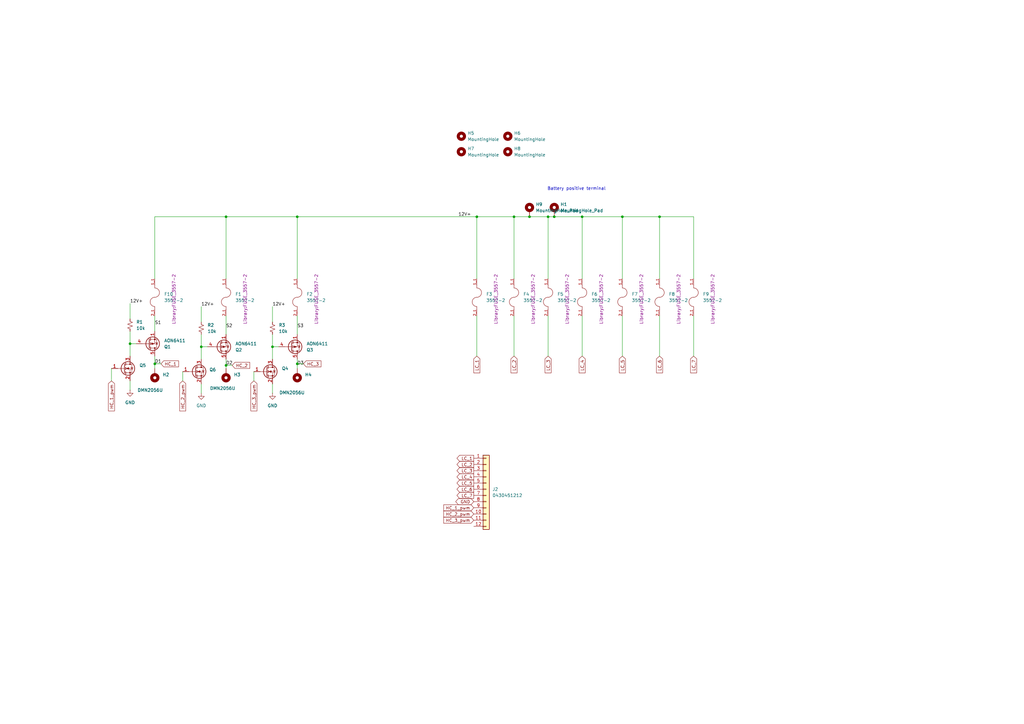
<source format=kicad_sch>
(kicad_sch (version 20231120) (generator "eeschema") (generator_version "8.0")
  (paper "A3")
  (lib_symbols
    (symbol "Connector_Generic:Conn_01x12" (pin_names (offset 1.016) hide)
      (property "Reference" "J" (at 0 15.24 0))
      (property "Value" "Conn_01x12" (at 0 -17.78 0))
      (symbol "Conn_01x12_1_1"
        (rectangle (start -1.27 -15.113) (end 0 -15.367) (stroke (width 0.1524)))
        (rectangle (start -1.27 -12.573) (end 0 -12.827) (stroke (width 0.1524)))
        (rectangle (start -1.27 -10.033) (end 0 -10.287) (stroke (width 0.1524)))
        (rectangle (start -1.27 -7.493) (end 0 -7.747) (stroke (width 0.1524)))
        (rectangle (start -1.27 -4.953) (end 0 -5.207) (stroke (width 0.1524)))
        (rectangle (start -1.27 -2.413) (end 0 -2.667) (stroke (width 0.1524)))
        (rectangle (start -1.27 0.127) (end 0 -0.127) (stroke (width 0.1524)))
        (rectangle (start -1.27 2.667) (end 0 2.413) (stroke (width 0.1524)))
        (rectangle (start -1.27 5.207) (end 0 4.953) (stroke (width 0.1524)))
        (rectangle (start -1.27 7.747) (end 0 7.493) (stroke (width 0.1524)))
        (rectangle (start -1.27 10.287) (end 0 10.033) (stroke (width 0.1524)))
        (rectangle (start -1.27 12.827) (end 0 12.573) (stroke (width 0.1524)))
        (rectangle (start -1.27 13.97) (end 1.27 -16.51) (stroke (width 0.254)) (fill (type background)))
        (pin passive line (at -5.08 12.7 0) (length 3.81) (name "Pin_1") (number "1"))
        (pin passive line (at -5.08 -10.16 0) (length 3.81) (name "Pin_10") (number "10"))
        (pin passive line (at -5.08 -12.7 0) (length 3.81) (name "Pin_11") (number "11"))
        (pin passive line (at -5.08 -15.24 0) (length 3.81) (name "Pin_12") (number "12"))
        (pin passive line (at -5.08 10.16 0) (length 3.81) (name "Pin_2") (number "2"))
        (pin passive line (at -5.08 7.62 0) (length 3.81) (name "Pin_3") (number "3"))
        (pin passive line (at -5.08 5.08 0) (length 3.81) (name "Pin_4") (number "4"))
        (pin passive line (at -5.08 2.54 0) (length 3.81) (name "Pin_5") (number "5"))
        (pin passive line (at -5.08 0 0) (length 3.81) (name "Pin_6") (number "6"))
        (pin passive line (at -5.08 -2.54 0) (length 3.81) (name "Pin_7") (number "7"))
        (pin passive line (at -5.08 -5.08 0) (length 3.81) (name "Pin_8") (number "8"))
        (pin passive line (at -5.08 -7.62 0) (length 3.81) (name "Pin_9") (number "9"))
      )
    )
    (symbol "Device:R_Small_US" (pin_numbers hide) (pin_names (offset 0.254) hide)
      (property "Reference" "R" (at 0.762 0.508 0))
      (property "Value" "R_Small_US" (at 0.762 -1.016 0))
      (symbol "R_Small_US_1_1"
        (polyline (pts (xy 0 0) (xy 1.016 -0.381) (xy 0 -0.762) (xy -1.016 -1.143) (xy 0 -1.524)))
        (polyline (pts (xy 0 1.524) (xy 1.016 1.143) (xy 0 0.762) (xy -1.016 0.381) (xy 0 0)))
        (pin passive line (at 0 2.54 270) (length 1.016) (name "~") (number "1"))
        (pin passive line (at 0 -2.54 90) (length 1.016) (name "~") (number "2"))
      )
    )
    (symbol "Mechanical:MountingHole" (pin_names (offset 1.016)) (exclude_from_sim yes) (in_bom no)
      (property "Reference" "H" (at 0 5.08 0))
      (property "Value" "MountingHole" (at 0 3.175 0))
      (symbol "MountingHole_0_1"
        (circle (center 0 0) (radius 1.27) (stroke (width 1.27)))
      )
    )
    (symbol "Mechanical:MountingHole_Pad" (pin_numbers hide) (pin_names (offset 1.016) hide) (exclude_from_sim yes) (in_bom no)
      (property "Reference" "H" (at 0 6.35 0))
      (property "Value" "MountingHole_Pad" (at 0 4.445 0))
      (symbol "MountingHole_Pad_0_1"
        (circle (center 0 1.27) (radius 1.27) (stroke (width 1.27)))
      )
      (symbol "MountingHole_Pad_1_1"
        (pin input line (at 0 -2.54 90) (length 2.54) (name "1") (number "1"))
      )
    )
    (symbol "New_Library:3557-2" (pin_names (offset 1.016))
      (property "Reference" "F" (at -2.54 5.08 0))
      (property "Value" "3557-2" (at -2.54 -5.08 0))
      (symbol "3557-2_0_0"
        (arc (start 0 0) (mid -1.905 1.8967) (end -3.81 0) (stroke (width 0.1524)))
        (polyline (pts (xy -5.08 0) (xy -3.81 0)) (stroke (width 0.1524)))
        (polyline (pts (xy 5.08 0) (xy 3.81 0)) (stroke (width 0.1524)))
        (arc (start 0 0) (mid 1.905 -1.8967) (end 3.81 0) (stroke (width 0.1524)))
        (pin passive line (at -7.62 0 0) (length 2.54) (name "~") (number "1_1"))
        (pin passive line (at 7.62 0 180) (length 2.54) (name "~") (number "2_1"))
      )
    )
    (symbol "Transistor_FET:AON6411" (pin_names hide)
      (property "Reference" "Q" (at 5.08 1.905 0))
      (property "Value" "AON6411" (at 5.08 0 0))
      (symbol "AON6411_0_1"
        (polyline (pts (xy 0.254 0) (xy -2.54 0)))
        (polyline (pts (xy 0.254 1.905) (xy 0.254 -1.905)) (stroke (width 0.254)))
        (polyline (pts (xy 0.762 -1.27) (xy 0.762 -2.286)) (stroke (width 0.254)))
        (polyline (pts (xy 0.762 0.508) (xy 0.762 -0.508)) (stroke (width 0.254)))
        (polyline (pts (xy 0.762 2.286) (xy 0.762 1.27)) (stroke (width 0.254)))
        (polyline (pts (xy 2.54 2.54) (xy 2.54 1.778)))
        (polyline (pts (xy 2.54 -2.54) (xy 2.54 0) (xy 0.762 0)))
        (polyline (pts (xy 0.762 1.778) (xy 3.302 1.778) (xy 3.302 -1.778) (xy 0.762 -1.778)))
        (polyline (pts (xy 2.286 0) (xy 1.27 0.381) (xy 1.27 -0.381) (xy 2.286 0)) (fill (type outline)))
        (polyline (pts (xy 2.794 -0.508) (xy 2.921 -0.381) (xy 3.683 -0.381) (xy 3.81 -0.254)))
        (polyline (pts (xy 3.302 -0.381) (xy 2.921 0.254) (xy 3.683 0.254) (xy 3.302 -0.381)))
        (circle (center 1.651 0) (radius 2.794) (stroke (width 0.254)))
        (circle (center 2.54 -1.778) (radius 0.254) (fill (type outline)))
        (circle (center 2.54 1.778) (radius 0.254) (fill (type outline)))
      )
      (symbol "AON6411_1_1"
        (pin passive line (at 2.54 -5.08 90) (length 2.54) (name "S") (number "1"))
        (pin passive line (at 2.54 -5.08 90) (length 2.54) hide (name "S") (number "2"))
        (pin passive line (at 2.54 -5.08 90) (length 2.54) hide (name "S") (number "3"))
        (pin input line (at -5.08 0 0) (length 2.54) (name "G") (number "4"))
        (pin passive line (at 2.54 5.08 270) (length 2.54) (name "D") (number "5"))
      )
    )
    (symbol "Transistor_FET:DMN2056U" (pin_names hide)
      (property "Reference" "Q" (at 5.08 1.905 0))
      (property "Value" "DMN2056U" (at 5.08 0 0))
      (symbol "DMN2056U_0_1"
        (polyline (pts (xy 0.254 0) (xy -2.54 0)))
        (polyline (pts (xy 0.254 1.905) (xy 0.254 -1.905)) (stroke (width 0.254)))
        (polyline (pts (xy 0.762 -1.27) (xy 0.762 -2.286)) (stroke (width 0.254)))
        (polyline (pts (xy 0.762 0.508) (xy 0.762 -0.508)) (stroke (width 0.254)))
        (polyline (pts (xy 0.762 2.286) (xy 0.762 1.27)) (stroke (width 0.254)))
        (polyline (pts (xy 2.54 2.54) (xy 2.54 1.778)))
        (polyline (pts (xy 2.54 -2.54) (xy 2.54 0) (xy 0.762 0)))
        (polyline (pts (xy 0.762 -1.778) (xy 3.302 -1.778) (xy 3.302 1.778) (xy 0.762 1.778)))
        (polyline (pts (xy 1.016 0) (xy 2.032 0.381) (xy 2.032 -0.381) (xy 1.016 0)) (fill (type outline)))
        (polyline (pts (xy 2.794 0.508) (xy 2.921 0.381) (xy 3.683 0.381) (xy 3.81 0.254)))
        (polyline (pts (xy 3.302 0.381) (xy 2.921 -0.254) (xy 3.683 -0.254) (xy 3.302 0.381)))
        (circle (center 1.651 0) (radius 2.794) (stroke (width 0.254)))
        (circle (center 2.54 -1.778) (radius 0.254) (fill (type outline)))
        (circle (center 2.54 1.778) (radius 0.254) (fill (type outline)))
      )
      (symbol "DMN2056U_1_1"
        (pin input line (at -5.08 0 0) (length 2.54) (name "G") (number "1"))
        (pin passive line (at 2.54 -5.08 90) (length 2.54) (name "S") (number "2"))
        (pin passive line (at 2.54 5.08 270) (length 2.54) (name "D") (number "3"))
      )
    )
    (symbol "power:GND" (power) (pin_numbers hide) (pin_names (offset 0) hide)
      (property "Value" "GND" (at 0 -3.81 0))
      (symbol "GND_0_1"
        (polyline (pts (xy 0 0) (xy 0 -1.27) (xy 1.27 -1.27) (xy 0 -2.54) (xy -1.27 -1.27) (xy 0 -1.27)))
      )
      (symbol "GND_1_1"
        (pin power_in line (at 0 0 270) (length 0) (name "~") (number "1"))
      )
    )
  )
  (junction (at 227.33 88.9))
  (junction (at 270.51 88.9))
  (junction (at 255.27 88.9))
  (junction (at 111.76 142.24))
  (junction (at 121.92 88.9))
  (junction (at 121.92 149.225))
  (junction (at 92.71 149.86))
  (junction (at 217.17 88.9))
  (junction (at 53.34 140.97))
  (junction (at 195.58 88.9))
  (junction (at 82.55 142.24))
  (junction (at 238.76 88.9))
  (junction (at 63.5 149.225))
  (junction (at 224.79 88.9))
  (junction (at 92.71 88.9))
  (junction (at 210.82 88.9))
  (wire (pts (xy 82.55 125.73) (xy 82.55 132.08)))
  (wire (pts (xy 217.17 88.9) (xy 210.82 88.9)))
  (wire (pts (xy 63.5 149.225) (xy 66.04 149.225)))
  (wire (pts (xy 63.5 149.225) (xy 63.5 151.13)))
  (wire (pts (xy 111.76 157.48) (xy 111.76 161.29)))
  (wire (pts (xy 210.82 146.05) (xy 210.82 129.54)))
  (wire (pts (xy 270.51 129.54) (xy 270.51 146.05)))
  (wire (pts (xy 121.92 88.9) (xy 121.92 114.3)))
  (wire (pts (xy 82.55 142.24) (xy 82.55 147.32)))
  (wire (pts (xy 270.51 88.9) (xy 255.27 88.9)))
  (wire (pts (xy 255.27 88.9) (xy 238.76 88.9)))
  (wire (pts (xy 210.82 88.9) (xy 195.58 88.9)))
  (wire (pts (xy 111.76 142.24) (xy 114.3 142.24)))
  (wire (pts (xy 92.71 149.86) (xy 92.71 147.32)))
  (wire (pts (xy 255.27 146.05) (xy 255.27 129.54)))
  (wire (pts (xy 111.76 137.16) (xy 111.76 142.24)))
  (wire (pts (xy 284.48 114.3) (xy 284.48 88.9)))
  (wire (pts (xy 63.5 135.89) (xy 63.5 129.54)))
  (wire (pts (xy 53.34 135.89) (xy 53.34 140.97)))
  (wire (pts (xy 238.76 146.05) (xy 238.76 129.54)))
  (wire (pts (xy 95.25 149.86) (xy 92.71 149.86)))
  (wire (pts (xy 104.14 156.21) (xy 104.14 152.4)))
  (wire (pts (xy 53.34 140.97) (xy 55.88 140.97)))
  (wire (pts (xy 284.48 88.9) (xy 270.51 88.9)))
  (wire (pts (xy 195.58 88.9) (xy 195.58 114.3)))
  (wire (pts (xy 82.55 157.48) (xy 82.55 161.29)))
  (wire (pts (xy 284.48 146.05) (xy 284.48 129.54)))
  (wire (pts (xy 111.76 125.73) (xy 111.76 132.08)))
  (wire (pts (xy 121.92 151.13) (xy 121.92 149.225)))
  (wire (pts (xy 92.71 151.13) (xy 92.71 149.86)))
  (wire (pts (xy 227.33 88.9) (xy 224.79 88.9)))
  (wire (pts (xy 63.5 88.9) (xy 92.71 88.9)))
  (wire (pts (xy 92.71 129.54) (xy 92.71 137.16)))
  (wire (pts (xy 195.58 146.05) (xy 195.58 129.54)))
  (wire (pts (xy 224.79 88.9) (xy 217.17 88.9)))
  (wire (pts (xy 63.5 149.225) (xy 63.5 146.05)))
  (wire (pts (xy 45.72 151.13) (xy 45.72 156.21)))
  (wire (pts (xy 53.34 124.46) (xy 53.34 130.81)))
  (wire (pts (xy 74.93 152.4) (xy 74.93 156.21)))
  (wire (pts (xy 121.92 88.9) (xy 195.58 88.9)))
  (wire (pts (xy 111.76 142.24) (xy 111.76 147.32)))
  (wire (pts (xy 238.76 88.9) (xy 227.33 88.9)))
  (wire (pts (xy 63.5 88.9) (xy 63.5 114.3)))
  (wire (pts (xy 270.51 88.9) (xy 270.51 114.3)))
  (wire (pts (xy 82.55 142.24) (xy 85.09 142.24)))
  (wire (pts (xy 53.34 156.21) (xy 53.34 160.02)))
  (wire (pts (xy 255.27 88.9) (xy 255.27 114.3)))
  (wire (pts (xy 92.71 88.9) (xy 92.71 114.3)))
  (wire (pts (xy 53.34 140.97) (xy 53.34 146.05)))
  (wire (pts (xy 92.71 88.9) (xy 121.92 88.9)))
  (wire (pts (xy 224.79 88.9) (xy 224.79 114.3)))
  (wire (pts (xy 124.46 149.225) (xy 121.92 149.225)))
  (wire (pts (xy 121.92 149.225) (xy 121.92 147.32)))
  (wire (pts (xy 121.92 129.54) (xy 121.92 137.16)))
  (wire (pts (xy 210.82 88.9) (xy 210.82 114.3)))
  (wire (pts (xy 224.79 146.05) (xy 224.79 129.54)))
  (wire (pts (xy 82.55 137.16) (xy 82.55 142.24)))
  (wire (pts (xy 238.76 114.3) (xy 238.76 88.9)))
  (text "Battery positive terminal" (at 236.474 77.47 0) (effects (font (size 1.27 1.27))))
  (label "12V+" (at 53.34 124.46 0))
  (label "D1" (at 63.5 149.225 0))
  (label "D2" (at 92.71 149.86 0))
  (label "D3" (at 121.92 149.86 0))
  (label "12V+" (at 187.96 88.9 0))
  (label "S2" (at 92.71 134.62 0))
  (label "S1" (at 63.5 133.35 0))
  (label "S3" (at 121.92 134.62 0))
  (label "12V+" (at 111.76 125.73 0))
  (label "12V+" (at 82.55 125.73 0))
  (global_label "LC_3" (shape input) (at 224.79 146.05 270) (property "Intersheetrefs" "${INTERSHEET_REFS}" (effects (hide yes))))
  (global_label "HC_1" (shape input) (at 66.04 149.225 0) (property "Intersheetrefs" "${INTERSHEET_REFS}" (effects (hide yes))))
  (global_label "LC_3" (shape output) (at 194.31 193.04 180) (property "Intersheetrefs" "${INTERSHEET_REFS}" (effects (hide yes))))
  (global_label "LC_1" (shape output) (at 194.31 187.96 180) (property "Intersheetrefs" "${INTERSHEET_REFS}" (effects (hide yes))))
  (global_label "LC_6" (shape input) (at 270.51 146.05 270) (property "Intersheetrefs" "${INTERSHEET_REFS}" (effects (hide yes))))
  (global_label "HC_2" (shape input) (at 95.25 149.86 0) (property "Intersheetrefs" "${INTERSHEET_REFS}" (effects (hide yes))))
  (global_label "HC_3_pwm" (shape input) (at 194.31 213.36 180) (property "Intersheetrefs" "${INTERSHEET_REFS}" (effects (hide yes))))
  (global_label "LC_7" (shape output) (at 194.31 203.2 180) (property "Intersheetrefs" "${INTERSHEET_REFS}" (effects (hide yes))))
  (global_label "HC_1_pwm" (shape input) (at 45.72 156.21 270) (property "Intersheetrefs" "${INTERSHEET_REFS}" (effects (hide yes))))
  (global_label "GND" (shape bidirectional) (at 194.31 205.74 180) (property "Intersheetrefs" "${INTERSHEET_REFS}" (effects (hide yes))))
  (global_label "LC_2" (shape output) (at 194.31 190.5 180) (property "Intersheetrefs" "${INTERSHEET_REFS}" (effects (hide yes))))
  (global_label "LC_1" (shape input) (at 195.58 146.05 270) (property "Intersheetrefs" "${INTERSHEET_REFS}" (effects (hide yes))))
  (global_label "LC_5" (shape input) (at 255.27 146.05 270) (property "Intersheetrefs" "${INTERSHEET_REFS}" (effects (hide yes))))
  (global_label "HC_3" (shape input) (at 124.46 149.225 0) (property "Intersheetrefs" "${INTERSHEET_REFS}" (effects (hide yes))))
  (global_label "HC_3_pwm" (shape input) (at 104.14 156.21 270) (property "Intersheetrefs" "${INTERSHEET_REFS}" (effects (hide yes))))
  (global_label "LC_7" (shape input) (at 284.48 146.05 270) (property "Intersheetrefs" "${INTERSHEET_REFS}" (effects (hide yes))))
  (global_label "LC_4" (shape input) (at 238.76 146.05 270) (property "Intersheetrefs" "${INTERSHEET_REFS}" (effects (hide yes))))
  (global_label "LC_2" (shape input) (at 210.82 146.05 270) (property "Intersheetrefs" "${INTERSHEET_REFS}" (effects (hide yes))))
  (global_label "HC_2_pwm" (shape input) (at 194.31 210.82 180) (property "Intersheetrefs" "${INTERSHEET_REFS}" (effects (hide yes))))
  (global_label "HC_1_pwm" (shape input) (at 194.31 208.28 180) (property "Intersheetrefs" "${INTERSHEET_REFS}" (effects (hide yes))))
  (global_label "LC_4" (shape output) (at 194.31 195.58 180) (property "Intersheetrefs" "${INTERSHEET_REFS}" (effects (hide yes))))
  (global_label "LC_5" (shape output) (at 194.31 198.12 180) (property "Intersheetrefs" "${INTERSHEET_REFS}" (effects (hide yes))))
  (global_label "LC_6" (shape output) (at 194.31 200.66 180) (property "Intersheetrefs" "${INTERSHEET_REFS}" (effects (hide yes))))
  (global_label "HC_2_pwm" (shape input) (at 74.93 156.21 270) (property "Intersheetrefs" "${INTERSHEET_REFS}" (effects (hide yes))))
  (symbol (lib_id "Device:R_Small_US") (at 53.34 133.35 0) (unit 1)
    (property "Reference" "R1" (at 55.88 132.0799 0) (effects (justify left)))
    (property "Value" "10k" (at 55.88 134.6199 0) (effects (justify left)))
    (property "Footprint" "Resistor_SMD:R_0805_2012Metric_Pad1.20x1.40mm_HandSolder" (effects (hide yes)))
    (property "Description" "Resistor, small US symbol" (effects (hide yes)))
  )
  (symbol (lib_id "Transistor_FET:AON6411") (at 90.17 142.24 0) (mirror x) (unit 1)
    (property "Reference" "Q2" (at 96.52 143.5101 0) (effects (justify left)))
    (property "Value" "AON6411" (at 96.52 140.9701 0) (effects (justify left)))
    (property "Footprint" "Package_DFN_QFN:AO_DFN-8-1EP_5.55x5.2mm_P1.27mm_EP4.12x4.6mm" (effects (hide yes)))
    (property "Datasheet" "http://www.aosmd.com/res/data_sheets/AON6411.pdf" (effects (hide yes)))
    (property "Description" "-85A Id, -20V Vds, P-Channel MOSFET, DFN-8" (effects (hide yes)))
  )
  (symbol (lib_id "New_Library:3557-2") (at 121.92 121.92 270) (unit 1)
    (property "Reference" "F2" (at 125.73 120.6499 90) (effects (justify left)))
    (property "Value" "3557-2" (at 125.73 123.1899 90) (effects (justify left)))
    (property "Footprint" "Library:FUSE_3557-2" (at 129.032 122.682 0) (effects (justify bottom)))
    (property "PARTREV" "D" (effects (hide yes)))
    (property "STANDARD" "Manufacturer Recommendation" (effects (hide yes)))
    (property "SNAPEDA_PN" "3557-2" (effects (hide yes)))
    (property "MAXIMUM_PACKAGE_HEIGHT" "7.37mm" (effects (hide yes)))
    (property "MANUFACTURER" "Keystone" (effects (hide yes)))
  )
  (symbol (lib_id "New_Library:3557-2") (at 210.82 121.92 270) (unit 1)
    (property "Reference" "F4" (at 214.63 120.6499 90) (effects (justify left)))
    (property "Value" "3557-2" (at 214.63 123.1899 90) (effects (justify left)))
    (property "Footprint" "Library:FUSE_3557-2" (at 217.932 122.682 0) (effects (justify bottom)))
    (property "PARTREV" "D" (effects (hide yes)))
    (property "STANDARD" "Manufacturer Recommendation" (effects (hide yes)))
    (property "SNAPEDA_PN" "3557-2" (effects (hide yes)))
    (property "MAXIMUM_PACKAGE_HEIGHT" "7.37mm" (effects (hide yes)))
    (property "MANUFACTURER" "Keystone" (effects (hide yes)))
  )
  (symbol (lib_id "power:GND") (at 82.55 161.29 0) (unit 1)
    (property "Reference" "#PWR02" (effects (hide yes)))
    (property "Value" "GND" (at 82.55 166.37 0))
    (property "Description" "Power symbol creates a global label with name \"GND\" , ground" (effects (hide yes)))
  )
  (symbol (lib_id "Mechanical:MountingHole") (at 189.23 55.88 0) (unit 1) (exclude_from_sim yes) (in_bom no)
    (property "Reference" "H5" (at 191.77 54.6099 0) (effects (justify left)))
    (property "Value" "MountingHole" (at 191.77 57.1499 0) (effects (justify left)))
    (property "Footprint" "MountingHole:MountingHole_5.3mm_M5" (effects (hide yes)))
    (property "Description" "Mounting Hole without connection" (effects (hide yes)))
  )
  (symbol (lib_id "New_Library:3557-2") (at 195.58 121.92 270) (unit 1)
    (property "Reference" "F3" (at 199.39 120.6499 90) (effects (justify left)))
    (property "Value" "3557-2" (at 199.39 123.1899 90) (effects (justify left)))
    (property "Footprint" "Library:FUSE_3557-2" (at 202.692 122.682 0) (effects (justify bottom)))
    (property "PARTREV" "D" (effects (hide yes)))
    (property "STANDARD" "Manufacturer Recommendation" (effects (hide yes)))
    (property "SNAPEDA_PN" "3557-2" (effects (hide yes)))
    (property "MAXIMUM_PACKAGE_HEIGHT" "7.37mm" (effects (hide yes)))
    (property "MANUFACTURER" "Keystone" (effects (hide yes)))
  )
  (symbol (lib_id "Mechanical:MountingHole") (at 208.28 62.23 0) (unit 1) (exclude_from_sim yes) (in_bom no)
    (property "Reference" "H8" (at 210.82 60.9599 0) (effects (justify left)))
    (property "Value" "MountingHole" (at 210.82 63.4999 0) (effects (justify left)))
    (property "Footprint" "MountingHole:MountingHole_5.3mm_M5" (effects (hide yes)))
    (property "Description" "Mounting Hole without connection" (effects (hide yes)))
  )
  (symbol (lib_id "power:GND") (at 111.76 161.29 0) (unit 1)
    (property "Reference" "#PWR03" (effects (hide yes)))
    (property "Value" "GND" (at 111.76 166.37 0))
    (property "Description" "Power symbol creates a global label with name \"GND\" , ground" (effects (hide yes)))
  )
  (symbol (lib_id "Connector_Generic:Conn_01x12") (at 199.39 200.66 0) (unit 1)
    (property "Reference" "J2" (at 201.93 200.6599 0) (effects (justify left)))
    (property "Value" "0430451212" (at 201.93 203.1999 0) (effects (justify left)))
    (property "Footprint" "Connector_Molex:Molex_Micro-Fit_3.0_43045-1212_2x06_P3.00mm_Vertical" (effects (hide yes)))
    (property "Description" "Generic connector, single row, 01x12, script generated (kicad-library-utils/schlib/autogen/connector/)" (effects (hide yes)))
  )
  (symbol (lib_id "Transistor_FET:AON6411") (at 60.96 140.97 0) (mirror x) (unit 1)
    (property "Reference" "Q1" (at 67.31 142.2401 0) (effects (justify left)))
    (property "Value" "AON6411" (at 67.31 139.7001 0) (effects (justify left)))
    (property "Footprint" "Package_DFN_QFN:AO_DFN-8-1EP_5.55x5.2mm_P1.27mm_EP4.12x4.6mm" (effects (hide yes)))
    (property "Datasheet" "http://www.aosmd.com/res/data_sheets/AON6411.pdf" (effects (hide yes)))
    (property "Description" "-85A Id, -20V Vds, P-Channel MOSFET, DFN-8" (effects (hide yes)))
  )
  (symbol (lib_id "New_Library:3557-2") (at 92.71 121.92 270) (unit 1)
    (property "Reference" "F1" (at 96.52 120.6499 90) (effects (justify left)))
    (property "Value" "3557-2" (at 96.52 123.1899 90) (effects (justify left)))
    (property "Footprint" "Library:FUSE_3557-2" (at 99.822 122.682 0) (effects (justify bottom)))
    (property "PARTREV" "D" (effects (hide yes)))
    (property "STANDARD" "Manufacturer Recommendation" (effects (hide yes)))
    (property "SNAPEDA_PN" "3557-2" (effects (hide yes)))
    (property "MAXIMUM_PACKAGE_HEIGHT" "7.37mm" (effects (hide yes)))
    (property "MANUFACTURER" "Keystone" (effects (hide yes)))
  )
  (symbol (lib_id "New_Library:3557-2") (at 238.76 121.92 270) (unit 1)
    (property "Reference" "F6" (at 242.57 120.6499 90) (effects (justify left)))
    (property "Value" "3557-2" (at 242.57 123.1899 90) (effects (justify left)))
    (property "Footprint" "Library:FUSE_3557-2" (at 245.872 122.682 0) (effects (justify bottom)))
    (property "PARTREV" "D" (effects (hide yes)))
    (property "STANDARD" "Manufacturer Recommendation" (effects (hide yes)))
    (property "SNAPEDA_PN" "3557-2" (effects (hide yes)))
    (property "MAXIMUM_PACKAGE_HEIGHT" "7.37mm" (effects (hide yes)))
    (property "MANUFACTURER" "Keystone" (effects (hide yes)))
  )
  (symbol (lib_id "New_Library:3557-2") (at 63.5 121.92 270) (unit 1)
    (property "Reference" "F10" (at 67.31 120.6499 90) (effects (justify left)))
    (property "Value" "3557-2" (at 67.31 123.1899 90) (effects (justify left)))
    (property "Footprint" "Library:FUSE_3557-2" (at 70.612 122.682 0) (effects (justify bottom)))
    (property "PARTREV" "D" (effects (hide yes)))
    (property "STANDARD" "Manufacturer Recommendation" (effects (hide yes)))
    (property "SNAPEDA_PN" "3557-2" (effects (hide yes)))
    (property "MAXIMUM_PACKAGE_HEIGHT" "7.37mm" (effects (hide yes)))
    (property "MANUFACTURER" "Keystone" (effects (hide yes)))
  )
  (symbol (lib_id "Transistor_FET:AON6411") (at 119.38 142.24 0) (mirror x) (unit 1)
    (property "Reference" "Q3" (at 125.73 143.5101 0) (effects (justify left)))
    (property "Value" "AON6411" (at 125.73 140.9701 0) (effects (justify left)))
    (property "Footprint" "Package_DFN_QFN:AO_DFN-8-1EP_5.55x5.2mm_P1.27mm_EP4.12x4.6mm" (effects (hide yes)))
    (property "Datasheet" "http://www.aosmd.com/res/data_sheets/AON6411.pdf" (effects (hide yes)))
    (property "Description" "-85A Id, -20V Vds, P-Channel MOSFET, DFN-8" (effects (hide yes)))
  )
  (symbol (lib_id "Mechanical:MountingHole_Pad") (at 63.5 153.67 180) (unit 1) (exclude_from_sim yes) (in_bom no)
    (property "Reference" "H2" (at 66.675 153.6699 0) (effects (justify right)))
    (property "Value" "MountingHole_Pad" (effects (hide yes)))
    (property "Footprint" "MountingHole:MountingHole_5.3mm_M5_Pad" (effects (hide yes)))
    (property "Description" "Mounting Hole with connection" (effects (hide yes)))
  )
  (symbol (lib_id "Mechanical:MountingHole") (at 189.23 62.23 0) (unit 1) (exclude_from_sim yes) (in_bom no)
    (property "Reference" "H7" (at 191.77 60.9599 0) (effects (justify left)))
    (property "Value" "MountingHole" (at 191.77 63.4999 0) (effects (justify left)))
    (property "Footprint" "MountingHole:MountingHole_5.3mm_M5" (effects (hide yes)))
    (property "Description" "Mounting Hole without connection" (effects (hide yes)))
  )
  (symbol (lib_id "Mechanical:MountingHole") (at 208.28 55.88 0) (unit 1) (exclude_from_sim yes) (in_bom no)
    (property "Reference" "H6" (at 210.82 54.6099 0) (effects (justify left)))
    (property "Value" "MountingHole" (at 210.82 57.1499 0) (effects (justify left)))
    (property "Footprint" "MountingHole:MountingHole_5.3mm_M5" (effects (hide yes)))
    (property "Description" "Mounting Hole without connection" (effects (hide yes)))
  )
  (symbol (lib_id "Device:R_Small_US") (at 82.55 134.62 0) (unit 1)
    (property "Reference" "R2" (at 85.09 133.3499 0) (effects (justify left)))
    (property "Value" "10k" (at 85.09 135.8899 0) (effects (justify left)))
    (property "Footprint" "Resistor_SMD:R_0805_2012Metric_Pad1.20x1.40mm_HandSolder" (effects (hide yes)))
    (property "Description" "Resistor, small US symbol" (effects (hide yes)))
  )
  (symbol (lib_id "Mechanical:MountingHole_Pad") (at 121.92 153.67 180) (unit 1) (exclude_from_sim yes) (in_bom no)
    (property "Reference" "H4" (at 125.095 153.6699 0) (effects (justify right)))
    (property "Value" "MountingHole_Pad" (effects (hide yes)))
    (property "Footprint" "MountingHole:MountingHole_5.3mm_M5_Pad" (effects (hide yes)))
    (property "Description" "Mounting Hole with connection" (effects (hide yes)))
  )
  (symbol (lib_id "New_Library:3557-2") (at 255.27 121.92 270) (unit 1)
    (property "Reference" "F7" (at 259.08 120.6499 90) (effects (justify left)))
    (property "Value" "3557-2" (at 259.08 123.1899 90) (effects (justify left)))
    (property "Footprint" "Library:FUSE_3557-2" (at 262.382 122.682 0) (effects (justify bottom)))
    (property "PARTREV" "D" (effects (hide yes)))
    (property "STANDARD" "Manufacturer Recommendation" (effects (hide yes)))
    (property "SNAPEDA_PN" "3557-2" (effects (hide yes)))
    (property "MAXIMUM_PACKAGE_HEIGHT" "7.37mm" (effects (hide yes)))
    (property "MANUFACTURER" "Keystone" (effects (hide yes)))
  )
  (symbol (lib_id "Mechanical:MountingHole_Pad") (at 92.71 153.67 180) (unit 1) (exclude_from_sim yes) (in_bom no)
    (property "Reference" "H3" (at 95.885 153.6699 0) (effects (justify right)))
    (property "Value" "MountingHole_Pad" (effects (hide yes)))
    (property "Footprint" "MountingHole:MountingHole_5.3mm_M5_Pad" (effects (hide yes)))
    (property "Description" "Mounting Hole with connection" (effects (hide yes)))
  )
  (symbol (lib_id "Mechanical:MountingHole_Pad") (at 227.33 86.36 0) (unit 1) (exclude_from_sim yes) (in_bom no)
    (property "Reference" "H1" (at 229.87 83.8199 0) (effects (justify left)))
    (property "Value" "MountingHole_Pad" (at 229.87 86.3599 0) (effects (justify left)))
    (property "Footprint" "MountingHole:MountingHole_5.3mm_M5_Pad" (effects (hide yes)))
    (property "Description" "Mounting Hole with connection" (effects (hide yes)))
  )
  (symbol (lib_id "New_Library:3557-2") (at 270.51 121.92 270) (unit 1)
    (property "Reference" "F8" (at 274.32 120.6499 90) (effects (justify left)))
    (property "Value" "3557-2" (at 274.32 123.1899 90) (effects (justify left)))
    (property "Footprint" "Library:FUSE_3557-2" (at 277.622 122.682 0) (effects (justify bottom)))
    (property "PARTREV" "D" (effects (hide yes)))
    (property "STANDARD" "Manufacturer Recommendation" (effects (hide yes)))
    (property "SNAPEDA_PN" "3557-2" (effects (hide yes)))
    (property "MAXIMUM_PACKAGE_HEIGHT" "7.37mm" (effects (hide yes)))
    (property "MANUFACTURER" "Keystone" (effects (hide yes)))
  )
  (symbol (lib_id "Device:R_Small_US") (at 111.76 134.62 0) (unit 1)
    (property "Reference" "R3" (at 114.3 133.3499 0) (effects (justify left)))
    (property "Value" "10k" (at 114.3 135.8899 0) (effects (justify left)))
    (property "Footprint" "Resistor_SMD:R_0805_2012Metric_Pad1.20x1.40mm_HandSolder" (effects (hide yes)))
    (property "Description" "Resistor, small US symbol" (effects (hide yes)))
  )
  (symbol (lib_id "Transistor_FET:DMN2056U") (at 109.22 152.4 0) (unit 1)
    (property "Reference" "Q4" (at 115.57 151.1299 0) (effects (justify left)))
    (property "Value" "DMN2056U" (at 114.554 161.036 0) (effects (justify left)))
    (property "Footprint" "Package_TO_SOT_SMD:SOT-23" (effects (hide yes)))
    (property "Datasheet" "http://www.diodes.com/assets/Datasheets/DMN2056U.pdf" (effects (hide yes)))
    (property "Description" "4A Id, 20V Vds, N-Channel MOSFET, SOT-23" (effects (hide yes)))
  )
  (symbol (lib_id "power:GND") (at 53.34 160.02 0) (unit 1)
    (property "Reference" "#PWR01" (effects (hide yes)))
    (property "Value" "GND" (at 53.34 165.1 0))
    (property "Description" "Power symbol creates a global label with name \"GND\" , ground" (effects (hide yes)))
  )
  (symbol (lib_id "New_Library:3557-2") (at 224.79 121.92 270) (unit 1)
    (property "Reference" "F5" (at 228.6 120.6499 90) (effects (justify left)))
    (property "Value" "3557-2" (at 228.6 123.1899 90) (effects (justify left)))
    (property "Footprint" "Library:FUSE_3557-2" (at 231.902 122.682 0) (effects (justify bottom)))
    (property "PARTREV" "D" (effects (hide yes)))
    (property "STANDARD" "Manufacturer Recommendation" (effects (hide yes)))
    (property "SNAPEDA_PN" "3557-2" (effects (hide yes)))
    (property "MAXIMUM_PACKAGE_HEIGHT" "7.37mm" (effects (hide yes)))
    (property "MANUFACTURER" "Keystone" (effects (hide yes)))
  )
  (symbol (lib_id "Mechanical:MountingHole_Pad") (at 217.17 86.36 0) (unit 1) (exclude_from_sim yes) (in_bom no)
    (property "Reference" "H9" (at 219.71 83.8199 0) (effects (justify left)))
    (property "Value" "MountingHole_Pad" (at 219.71 86.3599 0) (effects (justify left)))
    (property "Footprint" "MountingHole:MountingHole_5.3mm_M5_Pad" (effects (hide yes)))
    (property "Description" "Mounting Hole with connection" (effects (hide yes)))
  )
  (symbol (lib_id "New_Library:3557-2") (at 284.48 121.92 270) (unit 1)
    (property "Reference" "F9" (at 288.29 120.6499 90) (effects (justify left)))
    (property "Value" "3557-2" (at 288.29 123.1899 90) (effects (justify left)))
    (property "Footprint" "Library:FUSE_3557-2" (at 291.592 122.682 0) (effects (justify bottom)))
    (property "PARTREV" "D" (effects (hide yes)))
    (property "STANDARD" "Manufacturer Recommendation" (effects (hide yes)))
    (property "SNAPEDA_PN" "3557-2" (effects (hide yes)))
    (property "MAXIMUM_PACKAGE_HEIGHT" "7.37mm" (effects (hide yes)))
    (property "MANUFACTURER" "Keystone" (effects (hide yes)))
  )
  (symbol (lib_id "Transistor_FET:DMN2056U") (at 50.8 151.13 0) (unit 1)
    (property "Reference" "Q5" (at 57.15 149.8599 0) (effects (justify left)))
    (property "Value" "DMN2056U" (at 56.388 160.02 0) (effects (justify left)))
    (property "Footprint" "Package_TO_SOT_SMD:SOT-23" (effects (hide yes)))
    (property "Datasheet" "http://www.diodes.com/assets/Datasheets/DMN2056U.pdf" (effects (hide yes)))
    (property "Description" "4A Id, 20V Vds, N-Channel MOSFET, SOT-23" (effects (hide yes)))
  )
  (symbol (lib_id "Transistor_FET:DMN2056U") (at 80.01 152.4 0) (unit 1)
    (property "Reference" "Q6" (at 85.852 151.638 0) (effects (justify left)))
    (property "Value" "DMN2056U" (at 86.106 159.258 0) (effects (justify left)))
    (property "Footprint" "Package_TO_SOT_SMD:SOT-23" (effects (hide yes)))
    (property "Datasheet" "http://www.diodes.com/assets/Datasheets/DMN2056U.pdf" (effects (hide yes)))
    (property "Description" "4A Id, 20V Vds, N-Channel MOSFET, SOT-23" (effects (hide yes)))
  )
)
</source>
